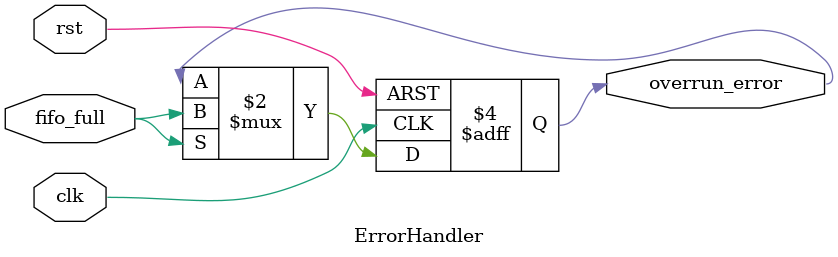
<source format=sv>
module ErrorHandler (
    input  logic clk,
    input  logic rst,        
    input  logic fifo_full,        // FIFO overflow condition
    output logic overrun_error    // FIFO overflow
);
 
    always_ff @(posedge clk or posedge rst) begin
        if (rst) begin
            
            overrun_error <= 0;
        end 
        else if (fifo_full) begin
            overrun_error <= fifo_full;           // FIFO was full when data arrived
        end
    end
endmodule
</source>
